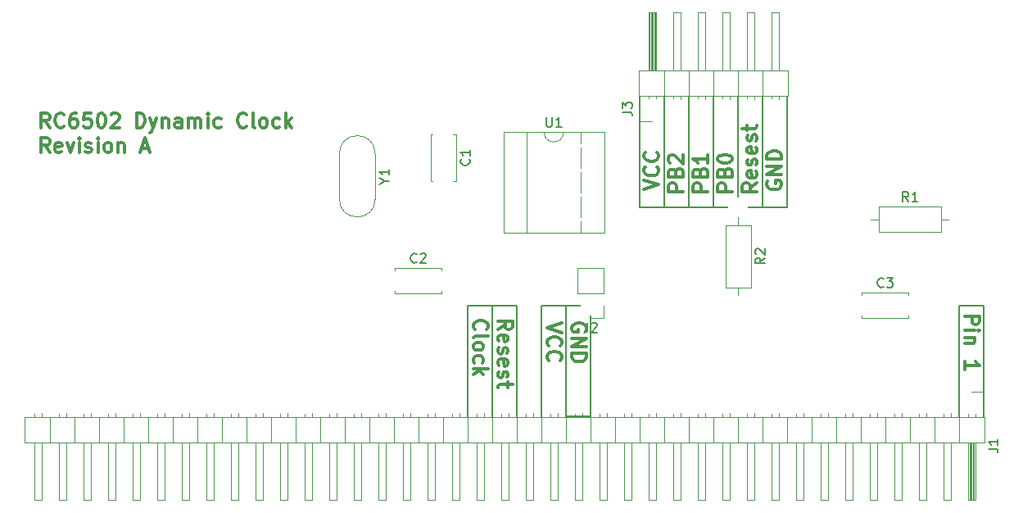
<source format=gbr>
G04 #@! TF.FileFunction,Legend,Top*
%FSLAX46Y46*%
G04 Gerber Fmt 4.6, Leading zero omitted, Abs format (unit mm)*
G04 Created by KiCad (PCBNEW 4.0.6) date 05/04/17 15:53:17*
%MOMM*%
%LPD*%
G01*
G04 APERTURE LIST*
%ADD10C,0.100000*%
%ADD11C,0.300000*%
%ADD12C,0.200000*%
%ADD13C,0.120000*%
%ADD14C,0.150000*%
%ADD15C,2.000000*%
%ADD16R,2.100000X2.100000*%
%ADD17O,2.100000X2.100000*%
%ADD18O,2.000000X2.000000*%
%ADD19R,2.000000X2.000000*%
%ADD20C,1.900000*%
G04 APERTURE END LIST*
D10*
D11*
X174668571Y-104195714D02*
X173954286Y-104695714D01*
X174668571Y-105052857D02*
X173168571Y-105052857D01*
X173168571Y-104481429D01*
X173240000Y-104338571D01*
X173311429Y-104267143D01*
X173454286Y-104195714D01*
X173668571Y-104195714D01*
X173811429Y-104267143D01*
X173882857Y-104338571D01*
X173954286Y-104481429D01*
X173954286Y-105052857D01*
X174597143Y-102981429D02*
X174668571Y-103124286D01*
X174668571Y-103410000D01*
X174597143Y-103552857D01*
X174454286Y-103624286D01*
X173882857Y-103624286D01*
X173740000Y-103552857D01*
X173668571Y-103410000D01*
X173668571Y-103124286D01*
X173740000Y-102981429D01*
X173882857Y-102910000D01*
X174025714Y-102910000D01*
X174168571Y-103624286D01*
X174597143Y-102338572D02*
X174668571Y-102195715D01*
X174668571Y-101910000D01*
X174597143Y-101767143D01*
X174454286Y-101695715D01*
X174382857Y-101695715D01*
X174240000Y-101767143D01*
X174168571Y-101910000D01*
X174168571Y-102124286D01*
X174097143Y-102267143D01*
X173954286Y-102338572D01*
X173882857Y-102338572D01*
X173740000Y-102267143D01*
X173668571Y-102124286D01*
X173668571Y-101910000D01*
X173740000Y-101767143D01*
X174597143Y-100481429D02*
X174668571Y-100624286D01*
X174668571Y-100910000D01*
X174597143Y-101052857D01*
X174454286Y-101124286D01*
X173882857Y-101124286D01*
X173740000Y-101052857D01*
X173668571Y-100910000D01*
X173668571Y-100624286D01*
X173740000Y-100481429D01*
X173882857Y-100410000D01*
X174025714Y-100410000D01*
X174168571Y-101124286D01*
X174597143Y-99838572D02*
X174668571Y-99695715D01*
X174668571Y-99410000D01*
X174597143Y-99267143D01*
X174454286Y-99195715D01*
X174382857Y-99195715D01*
X174240000Y-99267143D01*
X174168571Y-99410000D01*
X174168571Y-99624286D01*
X174097143Y-99767143D01*
X173954286Y-99838572D01*
X173882857Y-99838572D01*
X173740000Y-99767143D01*
X173668571Y-99624286D01*
X173668571Y-99410000D01*
X173740000Y-99267143D01*
X173668571Y-98767143D02*
X173668571Y-98195714D01*
X173168571Y-98552857D02*
X174454286Y-98552857D01*
X174597143Y-98481429D01*
X174668571Y-98338571D01*
X174668571Y-98195714D01*
X172128571Y-105052857D02*
X170628571Y-105052857D01*
X170628571Y-104481429D01*
X170700000Y-104338571D01*
X170771429Y-104267143D01*
X170914286Y-104195714D01*
X171128571Y-104195714D01*
X171271429Y-104267143D01*
X171342857Y-104338571D01*
X171414286Y-104481429D01*
X171414286Y-105052857D01*
X171342857Y-103052857D02*
X171414286Y-102838571D01*
X171485714Y-102767143D01*
X171628571Y-102695714D01*
X171842857Y-102695714D01*
X171985714Y-102767143D01*
X172057143Y-102838571D01*
X172128571Y-102981429D01*
X172128571Y-103552857D01*
X170628571Y-103552857D01*
X170628571Y-103052857D01*
X170700000Y-102910000D01*
X170771429Y-102838571D01*
X170914286Y-102767143D01*
X171057143Y-102767143D01*
X171200000Y-102838571D01*
X171271429Y-102910000D01*
X171342857Y-103052857D01*
X171342857Y-103552857D01*
X170628571Y-101767143D02*
X170628571Y-101624286D01*
X170700000Y-101481429D01*
X170771429Y-101410000D01*
X170914286Y-101338571D01*
X171200000Y-101267143D01*
X171557143Y-101267143D01*
X171842857Y-101338571D01*
X171985714Y-101410000D01*
X172057143Y-101481429D01*
X172128571Y-101624286D01*
X172128571Y-101767143D01*
X172057143Y-101910000D01*
X171985714Y-101981429D01*
X171842857Y-102052857D01*
X171557143Y-102124286D01*
X171200000Y-102124286D01*
X170914286Y-102052857D01*
X170771429Y-101981429D01*
X170700000Y-101910000D01*
X170628571Y-101767143D01*
X169588571Y-105052857D02*
X168088571Y-105052857D01*
X168088571Y-104481429D01*
X168160000Y-104338571D01*
X168231429Y-104267143D01*
X168374286Y-104195714D01*
X168588571Y-104195714D01*
X168731429Y-104267143D01*
X168802857Y-104338571D01*
X168874286Y-104481429D01*
X168874286Y-105052857D01*
X168802857Y-103052857D02*
X168874286Y-102838571D01*
X168945714Y-102767143D01*
X169088571Y-102695714D01*
X169302857Y-102695714D01*
X169445714Y-102767143D01*
X169517143Y-102838571D01*
X169588571Y-102981429D01*
X169588571Y-103552857D01*
X168088571Y-103552857D01*
X168088571Y-103052857D01*
X168160000Y-102910000D01*
X168231429Y-102838571D01*
X168374286Y-102767143D01*
X168517143Y-102767143D01*
X168660000Y-102838571D01*
X168731429Y-102910000D01*
X168802857Y-103052857D01*
X168802857Y-103552857D01*
X169588571Y-101267143D02*
X169588571Y-102124286D01*
X169588571Y-101695714D02*
X168088571Y-101695714D01*
X168302857Y-101838571D01*
X168445714Y-101981429D01*
X168517143Y-102124286D01*
X167048571Y-105052857D02*
X165548571Y-105052857D01*
X165548571Y-104481429D01*
X165620000Y-104338571D01*
X165691429Y-104267143D01*
X165834286Y-104195714D01*
X166048571Y-104195714D01*
X166191429Y-104267143D01*
X166262857Y-104338571D01*
X166334286Y-104481429D01*
X166334286Y-105052857D01*
X166262857Y-103052857D02*
X166334286Y-102838571D01*
X166405714Y-102767143D01*
X166548571Y-102695714D01*
X166762857Y-102695714D01*
X166905714Y-102767143D01*
X166977143Y-102838571D01*
X167048571Y-102981429D01*
X167048571Y-103552857D01*
X165548571Y-103552857D01*
X165548571Y-103052857D01*
X165620000Y-102910000D01*
X165691429Y-102838571D01*
X165834286Y-102767143D01*
X165977143Y-102767143D01*
X166120000Y-102838571D01*
X166191429Y-102910000D01*
X166262857Y-103052857D01*
X166262857Y-103552857D01*
X165691429Y-102124286D02*
X165620000Y-102052857D01*
X165548571Y-101910000D01*
X165548571Y-101552857D01*
X165620000Y-101410000D01*
X165691429Y-101338571D01*
X165834286Y-101267143D01*
X165977143Y-101267143D01*
X166191429Y-101338571D01*
X167048571Y-102195714D01*
X167048571Y-101267143D01*
X163008571Y-104870000D02*
X164508571Y-104370000D01*
X163008571Y-103870000D01*
X164365714Y-102512857D02*
X164437143Y-102584286D01*
X164508571Y-102798572D01*
X164508571Y-102941429D01*
X164437143Y-103155714D01*
X164294286Y-103298572D01*
X164151429Y-103370000D01*
X163865714Y-103441429D01*
X163651429Y-103441429D01*
X163365714Y-103370000D01*
X163222857Y-103298572D01*
X163080000Y-103155714D01*
X163008571Y-102941429D01*
X163008571Y-102798572D01*
X163080000Y-102584286D01*
X163151429Y-102512857D01*
X164365714Y-101012857D02*
X164437143Y-101084286D01*
X164508571Y-101298572D01*
X164508571Y-101441429D01*
X164437143Y-101655714D01*
X164294286Y-101798572D01*
X164151429Y-101870000D01*
X163865714Y-101941429D01*
X163651429Y-101941429D01*
X163365714Y-101870000D01*
X163222857Y-101798572D01*
X163080000Y-101655714D01*
X163008571Y-101441429D01*
X163008571Y-101298572D01*
X163080000Y-101084286D01*
X163151429Y-101012857D01*
D12*
X167640000Y-95250000D02*
X167640000Y-106680000D01*
X170180000Y-95250000D02*
X170180000Y-106680000D01*
X172720000Y-95250000D02*
X172720000Y-106680000D01*
X175260000Y-95250000D02*
X175260000Y-106680000D01*
X177800000Y-106680000D02*
X177800000Y-95250000D01*
X165100000Y-106680000D02*
X177800000Y-106680000D01*
X165100000Y-95250000D02*
X165100000Y-106680000D01*
X165100000Y-106680000D02*
X165100000Y-95250000D01*
X162560000Y-95250000D02*
X162560000Y-106680000D01*
X162560000Y-106680000D02*
X165100000Y-106680000D01*
D11*
X175780000Y-104012857D02*
X175708571Y-104155714D01*
X175708571Y-104370000D01*
X175780000Y-104584285D01*
X175922857Y-104727143D01*
X176065714Y-104798571D01*
X176351429Y-104870000D01*
X176565714Y-104870000D01*
X176851429Y-104798571D01*
X176994286Y-104727143D01*
X177137143Y-104584285D01*
X177208571Y-104370000D01*
X177208571Y-104227143D01*
X177137143Y-104012857D01*
X177065714Y-103941428D01*
X176565714Y-103941428D01*
X176565714Y-104227143D01*
X177208571Y-103298571D02*
X175708571Y-103298571D01*
X177208571Y-102441428D01*
X175708571Y-102441428D01*
X177208571Y-101727142D02*
X175708571Y-101727142D01*
X175708571Y-101369999D01*
X175780000Y-101155714D01*
X175922857Y-101012856D01*
X176065714Y-100941428D01*
X176351429Y-100869999D01*
X176565714Y-100869999D01*
X176851429Y-100941428D01*
X176994286Y-101012856D01*
X177137143Y-101155714D01*
X177208571Y-101369999D01*
X177208571Y-101727142D01*
X156960000Y-119507143D02*
X157031429Y-119364286D01*
X157031429Y-119150000D01*
X156960000Y-118935715D01*
X156817143Y-118792857D01*
X156674286Y-118721429D01*
X156388571Y-118650000D01*
X156174286Y-118650000D01*
X155888571Y-118721429D01*
X155745714Y-118792857D01*
X155602857Y-118935715D01*
X155531429Y-119150000D01*
X155531429Y-119292857D01*
X155602857Y-119507143D01*
X155674286Y-119578572D01*
X156174286Y-119578572D01*
X156174286Y-119292857D01*
X155531429Y-120221429D02*
X157031429Y-120221429D01*
X155531429Y-121078572D01*
X157031429Y-121078572D01*
X155531429Y-121792858D02*
X157031429Y-121792858D01*
X157031429Y-122150001D01*
X156960000Y-122364286D01*
X156817143Y-122507144D01*
X156674286Y-122578572D01*
X156388571Y-122650001D01*
X156174286Y-122650001D01*
X155888571Y-122578572D01*
X155745714Y-122507144D01*
X155602857Y-122364286D01*
X155531429Y-122150001D01*
X155531429Y-121792858D01*
X154491429Y-118650000D02*
X152991429Y-119150000D01*
X154491429Y-119650000D01*
X153134286Y-121007143D02*
X153062857Y-120935714D01*
X152991429Y-120721428D01*
X152991429Y-120578571D01*
X153062857Y-120364286D01*
X153205714Y-120221428D01*
X153348571Y-120150000D01*
X153634286Y-120078571D01*
X153848571Y-120078571D01*
X154134286Y-120150000D01*
X154277143Y-120221428D01*
X154420000Y-120364286D01*
X154491429Y-120578571D01*
X154491429Y-120721428D01*
X154420000Y-120935714D01*
X154348571Y-121007143D01*
X153134286Y-122507143D02*
X153062857Y-122435714D01*
X152991429Y-122221428D01*
X152991429Y-122078571D01*
X153062857Y-121864286D01*
X153205714Y-121721428D01*
X153348571Y-121650000D01*
X153634286Y-121578571D01*
X153848571Y-121578571D01*
X154134286Y-121650000D01*
X154277143Y-121721428D01*
X154420000Y-121864286D01*
X154491429Y-122078571D01*
X154491429Y-122221428D01*
X154420000Y-122435714D01*
X154348571Y-122507143D01*
X147911429Y-119324286D02*
X148625714Y-118824286D01*
X147911429Y-118467143D02*
X149411429Y-118467143D01*
X149411429Y-119038571D01*
X149340000Y-119181429D01*
X149268571Y-119252857D01*
X149125714Y-119324286D01*
X148911429Y-119324286D01*
X148768571Y-119252857D01*
X148697143Y-119181429D01*
X148625714Y-119038571D01*
X148625714Y-118467143D01*
X147982857Y-120538571D02*
X147911429Y-120395714D01*
X147911429Y-120110000D01*
X147982857Y-119967143D01*
X148125714Y-119895714D01*
X148697143Y-119895714D01*
X148840000Y-119967143D01*
X148911429Y-120110000D01*
X148911429Y-120395714D01*
X148840000Y-120538571D01*
X148697143Y-120610000D01*
X148554286Y-120610000D01*
X148411429Y-119895714D01*
X147982857Y-121181428D02*
X147911429Y-121324285D01*
X147911429Y-121610000D01*
X147982857Y-121752857D01*
X148125714Y-121824285D01*
X148197143Y-121824285D01*
X148340000Y-121752857D01*
X148411429Y-121610000D01*
X148411429Y-121395714D01*
X148482857Y-121252857D01*
X148625714Y-121181428D01*
X148697143Y-121181428D01*
X148840000Y-121252857D01*
X148911429Y-121395714D01*
X148911429Y-121610000D01*
X148840000Y-121752857D01*
X147982857Y-123038571D02*
X147911429Y-122895714D01*
X147911429Y-122610000D01*
X147982857Y-122467143D01*
X148125714Y-122395714D01*
X148697143Y-122395714D01*
X148840000Y-122467143D01*
X148911429Y-122610000D01*
X148911429Y-122895714D01*
X148840000Y-123038571D01*
X148697143Y-123110000D01*
X148554286Y-123110000D01*
X148411429Y-122395714D01*
X147982857Y-123681428D02*
X147911429Y-123824285D01*
X147911429Y-124110000D01*
X147982857Y-124252857D01*
X148125714Y-124324285D01*
X148197143Y-124324285D01*
X148340000Y-124252857D01*
X148411429Y-124110000D01*
X148411429Y-123895714D01*
X148482857Y-123752857D01*
X148625714Y-123681428D01*
X148697143Y-123681428D01*
X148840000Y-123752857D01*
X148911429Y-123895714D01*
X148911429Y-124110000D01*
X148840000Y-124252857D01*
X148911429Y-124752857D02*
X148911429Y-125324286D01*
X149411429Y-124967143D02*
X148125714Y-124967143D01*
X147982857Y-125038571D01*
X147911429Y-125181429D01*
X147911429Y-125324286D01*
X145514286Y-119324286D02*
X145442857Y-119252857D01*
X145371429Y-119038571D01*
X145371429Y-118895714D01*
X145442857Y-118681429D01*
X145585714Y-118538571D01*
X145728571Y-118467143D01*
X146014286Y-118395714D01*
X146228571Y-118395714D01*
X146514286Y-118467143D01*
X146657143Y-118538571D01*
X146800000Y-118681429D01*
X146871429Y-118895714D01*
X146871429Y-119038571D01*
X146800000Y-119252857D01*
X146728571Y-119324286D01*
X145371429Y-120181429D02*
X145442857Y-120038571D01*
X145585714Y-119967143D01*
X146871429Y-119967143D01*
X145371429Y-120967143D02*
X145442857Y-120824285D01*
X145514286Y-120752857D01*
X145657143Y-120681428D01*
X146085714Y-120681428D01*
X146228571Y-120752857D01*
X146300000Y-120824285D01*
X146371429Y-120967143D01*
X146371429Y-121181428D01*
X146300000Y-121324285D01*
X146228571Y-121395714D01*
X146085714Y-121467143D01*
X145657143Y-121467143D01*
X145514286Y-121395714D01*
X145442857Y-121324285D01*
X145371429Y-121181428D01*
X145371429Y-120967143D01*
X145442857Y-122752857D02*
X145371429Y-122610000D01*
X145371429Y-122324286D01*
X145442857Y-122181428D01*
X145514286Y-122110000D01*
X145657143Y-122038571D01*
X146085714Y-122038571D01*
X146228571Y-122110000D01*
X146300000Y-122181428D01*
X146371429Y-122324286D01*
X146371429Y-122610000D01*
X146300000Y-122752857D01*
X145371429Y-123395714D02*
X146871429Y-123395714D01*
X145942857Y-123538571D02*
X145371429Y-123967142D01*
X146371429Y-123967142D02*
X145800000Y-123395714D01*
D12*
X157480000Y-116840000D02*
X154940000Y-116840000D01*
X157480000Y-128270000D02*
X157480000Y-116840000D01*
X154940000Y-128270000D02*
X157480000Y-128270000D01*
X154940000Y-116840000D02*
X154940000Y-128270000D01*
X152400000Y-116840000D02*
X154940000Y-116840000D01*
X152400000Y-128270000D02*
X152400000Y-116840000D01*
X149860000Y-116840000D02*
X147320000Y-116840000D01*
X149860000Y-128270000D02*
X149860000Y-116840000D01*
X147320000Y-116840000D02*
X147320000Y-128270000D01*
X144780000Y-116840000D02*
X147320000Y-116840000D01*
X144780000Y-128270000D02*
X144780000Y-116840000D01*
D11*
X101544286Y-98463571D02*
X101044286Y-97749286D01*
X100687143Y-98463571D02*
X100687143Y-96963571D01*
X101258571Y-96963571D01*
X101401429Y-97035000D01*
X101472857Y-97106429D01*
X101544286Y-97249286D01*
X101544286Y-97463571D01*
X101472857Y-97606429D01*
X101401429Y-97677857D01*
X101258571Y-97749286D01*
X100687143Y-97749286D01*
X103044286Y-98320714D02*
X102972857Y-98392143D01*
X102758571Y-98463571D01*
X102615714Y-98463571D01*
X102401429Y-98392143D01*
X102258571Y-98249286D01*
X102187143Y-98106429D01*
X102115714Y-97820714D01*
X102115714Y-97606429D01*
X102187143Y-97320714D01*
X102258571Y-97177857D01*
X102401429Y-97035000D01*
X102615714Y-96963571D01*
X102758571Y-96963571D01*
X102972857Y-97035000D01*
X103044286Y-97106429D01*
X104330000Y-96963571D02*
X104044286Y-96963571D01*
X103901429Y-97035000D01*
X103830000Y-97106429D01*
X103687143Y-97320714D01*
X103615714Y-97606429D01*
X103615714Y-98177857D01*
X103687143Y-98320714D01*
X103758571Y-98392143D01*
X103901429Y-98463571D01*
X104187143Y-98463571D01*
X104330000Y-98392143D01*
X104401429Y-98320714D01*
X104472857Y-98177857D01*
X104472857Y-97820714D01*
X104401429Y-97677857D01*
X104330000Y-97606429D01*
X104187143Y-97535000D01*
X103901429Y-97535000D01*
X103758571Y-97606429D01*
X103687143Y-97677857D01*
X103615714Y-97820714D01*
X105830000Y-96963571D02*
X105115714Y-96963571D01*
X105044285Y-97677857D01*
X105115714Y-97606429D01*
X105258571Y-97535000D01*
X105615714Y-97535000D01*
X105758571Y-97606429D01*
X105830000Y-97677857D01*
X105901428Y-97820714D01*
X105901428Y-98177857D01*
X105830000Y-98320714D01*
X105758571Y-98392143D01*
X105615714Y-98463571D01*
X105258571Y-98463571D01*
X105115714Y-98392143D01*
X105044285Y-98320714D01*
X106829999Y-96963571D02*
X106972856Y-96963571D01*
X107115713Y-97035000D01*
X107187142Y-97106429D01*
X107258571Y-97249286D01*
X107329999Y-97535000D01*
X107329999Y-97892143D01*
X107258571Y-98177857D01*
X107187142Y-98320714D01*
X107115713Y-98392143D01*
X106972856Y-98463571D01*
X106829999Y-98463571D01*
X106687142Y-98392143D01*
X106615713Y-98320714D01*
X106544285Y-98177857D01*
X106472856Y-97892143D01*
X106472856Y-97535000D01*
X106544285Y-97249286D01*
X106615713Y-97106429D01*
X106687142Y-97035000D01*
X106829999Y-96963571D01*
X107901427Y-97106429D02*
X107972856Y-97035000D01*
X108115713Y-96963571D01*
X108472856Y-96963571D01*
X108615713Y-97035000D01*
X108687142Y-97106429D01*
X108758570Y-97249286D01*
X108758570Y-97392143D01*
X108687142Y-97606429D01*
X107829999Y-98463571D01*
X108758570Y-98463571D01*
X110544284Y-98463571D02*
X110544284Y-96963571D01*
X110901427Y-96963571D01*
X111115712Y-97035000D01*
X111258570Y-97177857D01*
X111329998Y-97320714D01*
X111401427Y-97606429D01*
X111401427Y-97820714D01*
X111329998Y-98106429D01*
X111258570Y-98249286D01*
X111115712Y-98392143D01*
X110901427Y-98463571D01*
X110544284Y-98463571D01*
X111901427Y-97463571D02*
X112258570Y-98463571D01*
X112615712Y-97463571D02*
X112258570Y-98463571D01*
X112115712Y-98820714D01*
X112044284Y-98892143D01*
X111901427Y-98963571D01*
X113187141Y-97463571D02*
X113187141Y-98463571D01*
X113187141Y-97606429D02*
X113258569Y-97535000D01*
X113401427Y-97463571D01*
X113615712Y-97463571D01*
X113758569Y-97535000D01*
X113829998Y-97677857D01*
X113829998Y-98463571D01*
X115187141Y-98463571D02*
X115187141Y-97677857D01*
X115115712Y-97535000D01*
X114972855Y-97463571D01*
X114687141Y-97463571D01*
X114544284Y-97535000D01*
X115187141Y-98392143D02*
X115044284Y-98463571D01*
X114687141Y-98463571D01*
X114544284Y-98392143D01*
X114472855Y-98249286D01*
X114472855Y-98106429D01*
X114544284Y-97963571D01*
X114687141Y-97892143D01*
X115044284Y-97892143D01*
X115187141Y-97820714D01*
X115901427Y-98463571D02*
X115901427Y-97463571D01*
X115901427Y-97606429D02*
X115972855Y-97535000D01*
X116115713Y-97463571D01*
X116329998Y-97463571D01*
X116472855Y-97535000D01*
X116544284Y-97677857D01*
X116544284Y-98463571D01*
X116544284Y-97677857D02*
X116615713Y-97535000D01*
X116758570Y-97463571D01*
X116972855Y-97463571D01*
X117115713Y-97535000D01*
X117187141Y-97677857D01*
X117187141Y-98463571D01*
X117901427Y-98463571D02*
X117901427Y-97463571D01*
X117901427Y-96963571D02*
X117829998Y-97035000D01*
X117901427Y-97106429D01*
X117972855Y-97035000D01*
X117901427Y-96963571D01*
X117901427Y-97106429D01*
X119258570Y-98392143D02*
X119115713Y-98463571D01*
X118829999Y-98463571D01*
X118687141Y-98392143D01*
X118615713Y-98320714D01*
X118544284Y-98177857D01*
X118544284Y-97749286D01*
X118615713Y-97606429D01*
X118687141Y-97535000D01*
X118829999Y-97463571D01*
X119115713Y-97463571D01*
X119258570Y-97535000D01*
X121901427Y-98320714D02*
X121829998Y-98392143D01*
X121615712Y-98463571D01*
X121472855Y-98463571D01*
X121258570Y-98392143D01*
X121115712Y-98249286D01*
X121044284Y-98106429D01*
X120972855Y-97820714D01*
X120972855Y-97606429D01*
X121044284Y-97320714D01*
X121115712Y-97177857D01*
X121258570Y-97035000D01*
X121472855Y-96963571D01*
X121615712Y-96963571D01*
X121829998Y-97035000D01*
X121901427Y-97106429D01*
X122758570Y-98463571D02*
X122615712Y-98392143D01*
X122544284Y-98249286D01*
X122544284Y-96963571D01*
X123544284Y-98463571D02*
X123401426Y-98392143D01*
X123329998Y-98320714D01*
X123258569Y-98177857D01*
X123258569Y-97749286D01*
X123329998Y-97606429D01*
X123401426Y-97535000D01*
X123544284Y-97463571D01*
X123758569Y-97463571D01*
X123901426Y-97535000D01*
X123972855Y-97606429D01*
X124044284Y-97749286D01*
X124044284Y-98177857D01*
X123972855Y-98320714D01*
X123901426Y-98392143D01*
X123758569Y-98463571D01*
X123544284Y-98463571D01*
X125329998Y-98392143D02*
X125187141Y-98463571D01*
X124901427Y-98463571D01*
X124758569Y-98392143D01*
X124687141Y-98320714D01*
X124615712Y-98177857D01*
X124615712Y-97749286D01*
X124687141Y-97606429D01*
X124758569Y-97535000D01*
X124901427Y-97463571D01*
X125187141Y-97463571D01*
X125329998Y-97535000D01*
X125972855Y-98463571D02*
X125972855Y-96963571D01*
X126115712Y-97892143D02*
X126544283Y-98463571D01*
X126544283Y-97463571D02*
X125972855Y-98035000D01*
X101544286Y-101013571D02*
X101044286Y-100299286D01*
X100687143Y-101013571D02*
X100687143Y-99513571D01*
X101258571Y-99513571D01*
X101401429Y-99585000D01*
X101472857Y-99656429D01*
X101544286Y-99799286D01*
X101544286Y-100013571D01*
X101472857Y-100156429D01*
X101401429Y-100227857D01*
X101258571Y-100299286D01*
X100687143Y-100299286D01*
X102758571Y-100942143D02*
X102615714Y-101013571D01*
X102330000Y-101013571D01*
X102187143Y-100942143D01*
X102115714Y-100799286D01*
X102115714Y-100227857D01*
X102187143Y-100085000D01*
X102330000Y-100013571D01*
X102615714Y-100013571D01*
X102758571Y-100085000D01*
X102830000Y-100227857D01*
X102830000Y-100370714D01*
X102115714Y-100513571D01*
X103330000Y-100013571D02*
X103687143Y-101013571D01*
X104044285Y-100013571D01*
X104615714Y-101013571D02*
X104615714Y-100013571D01*
X104615714Y-99513571D02*
X104544285Y-99585000D01*
X104615714Y-99656429D01*
X104687142Y-99585000D01*
X104615714Y-99513571D01*
X104615714Y-99656429D01*
X105258571Y-100942143D02*
X105401428Y-101013571D01*
X105687143Y-101013571D01*
X105830000Y-100942143D01*
X105901428Y-100799286D01*
X105901428Y-100727857D01*
X105830000Y-100585000D01*
X105687143Y-100513571D01*
X105472857Y-100513571D01*
X105330000Y-100442143D01*
X105258571Y-100299286D01*
X105258571Y-100227857D01*
X105330000Y-100085000D01*
X105472857Y-100013571D01*
X105687143Y-100013571D01*
X105830000Y-100085000D01*
X106544286Y-101013571D02*
X106544286Y-100013571D01*
X106544286Y-99513571D02*
X106472857Y-99585000D01*
X106544286Y-99656429D01*
X106615714Y-99585000D01*
X106544286Y-99513571D01*
X106544286Y-99656429D01*
X107472858Y-101013571D02*
X107330000Y-100942143D01*
X107258572Y-100870714D01*
X107187143Y-100727857D01*
X107187143Y-100299286D01*
X107258572Y-100156429D01*
X107330000Y-100085000D01*
X107472858Y-100013571D01*
X107687143Y-100013571D01*
X107830000Y-100085000D01*
X107901429Y-100156429D01*
X107972858Y-100299286D01*
X107972858Y-100727857D01*
X107901429Y-100870714D01*
X107830000Y-100942143D01*
X107687143Y-101013571D01*
X107472858Y-101013571D01*
X108615715Y-100013571D02*
X108615715Y-101013571D01*
X108615715Y-100156429D02*
X108687143Y-100085000D01*
X108830001Y-100013571D01*
X109044286Y-100013571D01*
X109187143Y-100085000D01*
X109258572Y-100227857D01*
X109258572Y-101013571D01*
X111044286Y-100585000D02*
X111758572Y-100585000D01*
X110901429Y-101013571D02*
X111401429Y-99513571D01*
X111901429Y-101013571D01*
X196171429Y-117935715D02*
X197671429Y-117935715D01*
X197671429Y-118507143D01*
X197600000Y-118650001D01*
X197528571Y-118721429D01*
X197385714Y-118792858D01*
X197171429Y-118792858D01*
X197028571Y-118721429D01*
X196957143Y-118650001D01*
X196885714Y-118507143D01*
X196885714Y-117935715D01*
X196171429Y-119435715D02*
X197171429Y-119435715D01*
X197671429Y-119435715D02*
X197600000Y-119364286D01*
X197528571Y-119435715D01*
X197600000Y-119507143D01*
X197671429Y-119435715D01*
X197528571Y-119435715D01*
X197171429Y-120150001D02*
X196171429Y-120150001D01*
X197028571Y-120150001D02*
X197100000Y-120221429D01*
X197171429Y-120364287D01*
X197171429Y-120578572D01*
X197100000Y-120721429D01*
X196957143Y-120792858D01*
X196171429Y-120792858D01*
X196171429Y-123435715D02*
X196171429Y-122578572D01*
X196171429Y-123007144D02*
X197671429Y-123007144D01*
X197457143Y-122864287D01*
X197314286Y-122721429D01*
X197242857Y-122578572D01*
D12*
X198120000Y-116840000D02*
X198120000Y-128270000D01*
X195580000Y-116840000D02*
X198120000Y-116840000D01*
X195580000Y-128270000D02*
X195580000Y-116840000D01*
D13*
X143550000Y-99150000D02*
X143550000Y-103970000D01*
X140930000Y-99150000D02*
X140930000Y-103970000D01*
X143550000Y-99150000D02*
X143236000Y-99150000D01*
X141244000Y-99150000D02*
X140930000Y-99150000D01*
X143550000Y-103970000D02*
X143236000Y-103970000D01*
X141244000Y-103970000D02*
X140930000Y-103970000D01*
X137250000Y-112990000D02*
X142070000Y-112990000D01*
X137250000Y-115610000D02*
X142070000Y-115610000D01*
X137250000Y-112990000D02*
X137250000Y-113304000D01*
X137250000Y-115296000D02*
X137250000Y-115610000D01*
X142070000Y-112990000D02*
X142070000Y-113304000D01*
X142070000Y-115296000D02*
X142070000Y-115610000D01*
X185510000Y-115530000D02*
X190330000Y-115530000D01*
X185510000Y-118150000D02*
X190330000Y-118150000D01*
X185510000Y-115530000D02*
X185510000Y-115844000D01*
X185510000Y-117836000D02*
X185510000Y-118150000D01*
X190330000Y-115530000D02*
X190330000Y-115844000D01*
X190330000Y-117836000D02*
X190330000Y-118150000D01*
X158810000Y-115570000D02*
X158810000Y-112970000D01*
X158810000Y-112970000D02*
X156150000Y-112970000D01*
X156150000Y-112970000D02*
X156150000Y-115570000D01*
X156150000Y-115570000D02*
X158810000Y-115570000D01*
X158810000Y-116840000D02*
X158810000Y-118170000D01*
X158810000Y-118170000D02*
X157480000Y-118170000D01*
X187290000Y-106640000D02*
X187290000Y-109260000D01*
X187290000Y-109260000D02*
X193710000Y-109260000D01*
X193710000Y-109260000D02*
X193710000Y-106640000D01*
X193710000Y-106640000D02*
X187290000Y-106640000D01*
X186400000Y-107950000D02*
X187290000Y-107950000D01*
X194600000Y-107950000D02*
X193710000Y-107950000D01*
X174030000Y-108550000D02*
X171410000Y-108550000D01*
X171410000Y-108550000D02*
X171410000Y-114970000D01*
X171410000Y-114970000D02*
X174030000Y-114970000D01*
X174030000Y-114970000D02*
X174030000Y-108550000D01*
X172720000Y-107660000D02*
X172720000Y-108550000D01*
X172720000Y-115860000D02*
X172720000Y-114970000D01*
X152670000Y-98940000D02*
X150900000Y-98940000D01*
X150900000Y-98940000D02*
X150900000Y-109340000D01*
X150900000Y-109340000D02*
X156440000Y-109340000D01*
X156440000Y-109340000D02*
X156440000Y-98940000D01*
X156440000Y-98940000D02*
X154670000Y-98940000D01*
X148470000Y-98940000D02*
X148470000Y-109340000D01*
X148470000Y-109340000D02*
X158870000Y-109340000D01*
X158870000Y-109340000D02*
X158870000Y-98940000D01*
X158870000Y-98940000D02*
X148470000Y-98940000D01*
X154670000Y-98940000D02*
G75*
G02X152670000Y-98940000I-1000000J0D01*
G01*
X162500000Y-95180000D02*
X165100000Y-95180000D01*
X165100000Y-95180000D02*
X165100000Y-92560000D01*
X165100000Y-92560000D02*
X162500000Y-92560000D01*
X162500000Y-92560000D02*
X162500000Y-95180000D01*
X163450000Y-92560000D02*
X164210000Y-92560000D01*
X164210000Y-92560000D02*
X164210000Y-86560000D01*
X164210000Y-86560000D02*
X163450000Y-86560000D01*
X163450000Y-86560000D02*
X163450000Y-92560000D01*
X163450000Y-95610000D02*
X163450000Y-95180000D01*
X164210000Y-95610000D02*
X164210000Y-95180000D01*
X163570000Y-92560000D02*
X163570000Y-86560000D01*
X163690000Y-92560000D02*
X163690000Y-86560000D01*
X163810000Y-92560000D02*
X163810000Y-86560000D01*
X163930000Y-92560000D02*
X163930000Y-86560000D01*
X164050000Y-92560000D02*
X164050000Y-86560000D01*
X164170000Y-92560000D02*
X164170000Y-86560000D01*
X165100000Y-95180000D02*
X167640000Y-95180000D01*
X167640000Y-95180000D02*
X167640000Y-92560000D01*
X167640000Y-92560000D02*
X165100000Y-92560000D01*
X165100000Y-92560000D02*
X165100000Y-95180000D01*
X165990000Y-92560000D02*
X166750000Y-92560000D01*
X166750000Y-92560000D02*
X166750000Y-86560000D01*
X166750000Y-86560000D02*
X165990000Y-86560000D01*
X165990000Y-86560000D02*
X165990000Y-92560000D01*
X165990000Y-95610000D02*
X165990000Y-95180000D01*
X166750000Y-95610000D02*
X166750000Y-95180000D01*
X167640000Y-95180000D02*
X170180000Y-95180000D01*
X170180000Y-95180000D02*
X170180000Y-92560000D01*
X170180000Y-92560000D02*
X167640000Y-92560000D01*
X167640000Y-92560000D02*
X167640000Y-95180000D01*
X168530000Y-92560000D02*
X169290000Y-92560000D01*
X169290000Y-92560000D02*
X169290000Y-86560000D01*
X169290000Y-86560000D02*
X168530000Y-86560000D01*
X168530000Y-86560000D02*
X168530000Y-92560000D01*
X168530000Y-95610000D02*
X168530000Y-95180000D01*
X169290000Y-95610000D02*
X169290000Y-95180000D01*
X170180000Y-95180000D02*
X172720000Y-95180000D01*
X172720000Y-95180000D02*
X172720000Y-92560000D01*
X172720000Y-92560000D02*
X170180000Y-92560000D01*
X170180000Y-92560000D02*
X170180000Y-95180000D01*
X171070000Y-92560000D02*
X171830000Y-92560000D01*
X171830000Y-92560000D02*
X171830000Y-86560000D01*
X171830000Y-86560000D02*
X171070000Y-86560000D01*
X171070000Y-86560000D02*
X171070000Y-92560000D01*
X171070000Y-95610000D02*
X171070000Y-95180000D01*
X171830000Y-95610000D02*
X171830000Y-95180000D01*
X172720000Y-95180000D02*
X175260000Y-95180000D01*
X175260000Y-95180000D02*
X175260000Y-92560000D01*
X175260000Y-92560000D02*
X172720000Y-92560000D01*
X172720000Y-92560000D02*
X172720000Y-95180000D01*
X173610000Y-92560000D02*
X174370000Y-92560000D01*
X174370000Y-92560000D02*
X174370000Y-86560000D01*
X174370000Y-86560000D02*
X173610000Y-86560000D01*
X173610000Y-86560000D02*
X173610000Y-92560000D01*
X173610000Y-95610000D02*
X173610000Y-95180000D01*
X174370000Y-95610000D02*
X174370000Y-95180000D01*
X175260000Y-95180000D02*
X177860000Y-95180000D01*
X177860000Y-95180000D02*
X177860000Y-92560000D01*
X177860000Y-92560000D02*
X175260000Y-92560000D01*
X175260000Y-92560000D02*
X175260000Y-95180000D01*
X176150000Y-92560000D02*
X176910000Y-92560000D01*
X176910000Y-92560000D02*
X176910000Y-86560000D01*
X176910000Y-86560000D02*
X176150000Y-86560000D01*
X176150000Y-86560000D02*
X176150000Y-92560000D01*
X176150000Y-95610000D02*
X176150000Y-95180000D01*
X176910000Y-95610000D02*
X176910000Y-95180000D01*
X163830000Y-97790000D02*
X162560000Y-97790000D01*
X162560000Y-97790000D02*
X162560000Y-96520000D01*
X198180000Y-128340000D02*
X195580000Y-128340000D01*
X195580000Y-128340000D02*
X195580000Y-130960000D01*
X195580000Y-130960000D02*
X198180000Y-130960000D01*
X198180000Y-130960000D02*
X198180000Y-128340000D01*
X197230000Y-130960000D02*
X196470000Y-130960000D01*
X196470000Y-130960000D02*
X196470000Y-136960000D01*
X196470000Y-136960000D02*
X197230000Y-136960000D01*
X197230000Y-136960000D02*
X197230000Y-130960000D01*
X197230000Y-127910000D02*
X197230000Y-128340000D01*
X196470000Y-127910000D02*
X196470000Y-128340000D01*
X197110000Y-130960000D02*
X197110000Y-136960000D01*
X196990000Y-130960000D02*
X196990000Y-136960000D01*
X196870000Y-130960000D02*
X196870000Y-136960000D01*
X196750000Y-130960000D02*
X196750000Y-136960000D01*
X196630000Y-130960000D02*
X196630000Y-136960000D01*
X196510000Y-130960000D02*
X196510000Y-136960000D01*
X195580000Y-128340000D02*
X193040000Y-128340000D01*
X193040000Y-128340000D02*
X193040000Y-130960000D01*
X193040000Y-130960000D02*
X195580000Y-130960000D01*
X195580000Y-130960000D02*
X195580000Y-128340000D01*
X194690000Y-130960000D02*
X193930000Y-130960000D01*
X193930000Y-130960000D02*
X193930000Y-136960000D01*
X193930000Y-136960000D02*
X194690000Y-136960000D01*
X194690000Y-136960000D02*
X194690000Y-130960000D01*
X194690000Y-127910000D02*
X194690000Y-128340000D01*
X193930000Y-127910000D02*
X193930000Y-128340000D01*
X193040000Y-128340000D02*
X190500000Y-128340000D01*
X190500000Y-128340000D02*
X190500000Y-130960000D01*
X190500000Y-130960000D02*
X193040000Y-130960000D01*
X193040000Y-130960000D02*
X193040000Y-128340000D01*
X192150000Y-130960000D02*
X191390000Y-130960000D01*
X191390000Y-130960000D02*
X191390000Y-136960000D01*
X191390000Y-136960000D02*
X192150000Y-136960000D01*
X192150000Y-136960000D02*
X192150000Y-130960000D01*
X192150000Y-127910000D02*
X192150000Y-128340000D01*
X191390000Y-127910000D02*
X191390000Y-128340000D01*
X190500000Y-128340000D02*
X187960000Y-128340000D01*
X187960000Y-128340000D02*
X187960000Y-130960000D01*
X187960000Y-130960000D02*
X190500000Y-130960000D01*
X190500000Y-130960000D02*
X190500000Y-128340000D01*
X189610000Y-130960000D02*
X188850000Y-130960000D01*
X188850000Y-130960000D02*
X188850000Y-136960000D01*
X188850000Y-136960000D02*
X189610000Y-136960000D01*
X189610000Y-136960000D02*
X189610000Y-130960000D01*
X189610000Y-127910000D02*
X189610000Y-128340000D01*
X188850000Y-127910000D02*
X188850000Y-128340000D01*
X187960000Y-128340000D02*
X185420000Y-128340000D01*
X185420000Y-128340000D02*
X185420000Y-130960000D01*
X185420000Y-130960000D02*
X187960000Y-130960000D01*
X187960000Y-130960000D02*
X187960000Y-128340000D01*
X187070000Y-130960000D02*
X186310000Y-130960000D01*
X186310000Y-130960000D02*
X186310000Y-136960000D01*
X186310000Y-136960000D02*
X187070000Y-136960000D01*
X187070000Y-136960000D02*
X187070000Y-130960000D01*
X187070000Y-127910000D02*
X187070000Y-128340000D01*
X186310000Y-127910000D02*
X186310000Y-128340000D01*
X185420000Y-128340000D02*
X182880000Y-128340000D01*
X182880000Y-128340000D02*
X182880000Y-130960000D01*
X182880000Y-130960000D02*
X185420000Y-130960000D01*
X185420000Y-130960000D02*
X185420000Y-128340000D01*
X184530000Y-130960000D02*
X183770000Y-130960000D01*
X183770000Y-130960000D02*
X183770000Y-136960000D01*
X183770000Y-136960000D02*
X184530000Y-136960000D01*
X184530000Y-136960000D02*
X184530000Y-130960000D01*
X184530000Y-127910000D02*
X184530000Y-128340000D01*
X183770000Y-127910000D02*
X183770000Y-128340000D01*
X182880000Y-128340000D02*
X180340000Y-128340000D01*
X180340000Y-128340000D02*
X180340000Y-130960000D01*
X180340000Y-130960000D02*
X182880000Y-130960000D01*
X182880000Y-130960000D02*
X182880000Y-128340000D01*
X181990000Y-130960000D02*
X181230000Y-130960000D01*
X181230000Y-130960000D02*
X181230000Y-136960000D01*
X181230000Y-136960000D02*
X181990000Y-136960000D01*
X181990000Y-136960000D02*
X181990000Y-130960000D01*
X181990000Y-127910000D02*
X181990000Y-128340000D01*
X181230000Y-127910000D02*
X181230000Y-128340000D01*
X180340000Y-128340000D02*
X177800000Y-128340000D01*
X177800000Y-128340000D02*
X177800000Y-130960000D01*
X177800000Y-130960000D02*
X180340000Y-130960000D01*
X180340000Y-130960000D02*
X180340000Y-128340000D01*
X179450000Y-130960000D02*
X178690000Y-130960000D01*
X178690000Y-130960000D02*
X178690000Y-136960000D01*
X178690000Y-136960000D02*
X179450000Y-136960000D01*
X179450000Y-136960000D02*
X179450000Y-130960000D01*
X179450000Y-127910000D02*
X179450000Y-128340000D01*
X178690000Y-127910000D02*
X178690000Y-128340000D01*
X177800000Y-128340000D02*
X175260000Y-128340000D01*
X175260000Y-128340000D02*
X175260000Y-130960000D01*
X175260000Y-130960000D02*
X177800000Y-130960000D01*
X177800000Y-130960000D02*
X177800000Y-128340000D01*
X176910000Y-130960000D02*
X176150000Y-130960000D01*
X176150000Y-130960000D02*
X176150000Y-136960000D01*
X176150000Y-136960000D02*
X176910000Y-136960000D01*
X176910000Y-136960000D02*
X176910000Y-130960000D01*
X176910000Y-127910000D02*
X176910000Y-128340000D01*
X176150000Y-127910000D02*
X176150000Y-128340000D01*
X175260000Y-128340000D02*
X172720000Y-128340000D01*
X172720000Y-128340000D02*
X172720000Y-130960000D01*
X172720000Y-130960000D02*
X175260000Y-130960000D01*
X175260000Y-130960000D02*
X175260000Y-128340000D01*
X174370000Y-130960000D02*
X173610000Y-130960000D01*
X173610000Y-130960000D02*
X173610000Y-136960000D01*
X173610000Y-136960000D02*
X174370000Y-136960000D01*
X174370000Y-136960000D02*
X174370000Y-130960000D01*
X174370000Y-127910000D02*
X174370000Y-128340000D01*
X173610000Y-127910000D02*
X173610000Y-128340000D01*
X172720000Y-128340000D02*
X170180000Y-128340000D01*
X170180000Y-128340000D02*
X170180000Y-130960000D01*
X170180000Y-130960000D02*
X172720000Y-130960000D01*
X172720000Y-130960000D02*
X172720000Y-128340000D01*
X171830000Y-130960000D02*
X171070000Y-130960000D01*
X171070000Y-130960000D02*
X171070000Y-136960000D01*
X171070000Y-136960000D02*
X171830000Y-136960000D01*
X171830000Y-136960000D02*
X171830000Y-130960000D01*
X171830000Y-127910000D02*
X171830000Y-128340000D01*
X171070000Y-127910000D02*
X171070000Y-128340000D01*
X170180000Y-128340000D02*
X167640000Y-128340000D01*
X167640000Y-128340000D02*
X167640000Y-130960000D01*
X167640000Y-130960000D02*
X170180000Y-130960000D01*
X170180000Y-130960000D02*
X170180000Y-128340000D01*
X169290000Y-130960000D02*
X168530000Y-130960000D01*
X168530000Y-130960000D02*
X168530000Y-136960000D01*
X168530000Y-136960000D02*
X169290000Y-136960000D01*
X169290000Y-136960000D02*
X169290000Y-130960000D01*
X169290000Y-127910000D02*
X169290000Y-128340000D01*
X168530000Y-127910000D02*
X168530000Y-128340000D01*
X167640000Y-128340000D02*
X165100000Y-128340000D01*
X165100000Y-128340000D02*
X165100000Y-130960000D01*
X165100000Y-130960000D02*
X167640000Y-130960000D01*
X167640000Y-130960000D02*
X167640000Y-128340000D01*
X166750000Y-130960000D02*
X165990000Y-130960000D01*
X165990000Y-130960000D02*
X165990000Y-136960000D01*
X165990000Y-136960000D02*
X166750000Y-136960000D01*
X166750000Y-136960000D02*
X166750000Y-130960000D01*
X166750000Y-127910000D02*
X166750000Y-128340000D01*
X165990000Y-127910000D02*
X165990000Y-128340000D01*
X165100000Y-128340000D02*
X162560000Y-128340000D01*
X162560000Y-128340000D02*
X162560000Y-130960000D01*
X162560000Y-130960000D02*
X165100000Y-130960000D01*
X165100000Y-130960000D02*
X165100000Y-128340000D01*
X164210000Y-130960000D02*
X163450000Y-130960000D01*
X163450000Y-130960000D02*
X163450000Y-136960000D01*
X163450000Y-136960000D02*
X164210000Y-136960000D01*
X164210000Y-136960000D02*
X164210000Y-130960000D01*
X164210000Y-127910000D02*
X164210000Y-128340000D01*
X163450000Y-127910000D02*
X163450000Y-128340000D01*
X162560000Y-128340000D02*
X160020000Y-128340000D01*
X160020000Y-128340000D02*
X160020000Y-130960000D01*
X160020000Y-130960000D02*
X162560000Y-130960000D01*
X162560000Y-130960000D02*
X162560000Y-128340000D01*
X161670000Y-130960000D02*
X160910000Y-130960000D01*
X160910000Y-130960000D02*
X160910000Y-136960000D01*
X160910000Y-136960000D02*
X161670000Y-136960000D01*
X161670000Y-136960000D02*
X161670000Y-130960000D01*
X161670000Y-127910000D02*
X161670000Y-128340000D01*
X160910000Y-127910000D02*
X160910000Y-128340000D01*
X160020000Y-128340000D02*
X157480000Y-128340000D01*
X157480000Y-128340000D02*
X157480000Y-130960000D01*
X157480000Y-130960000D02*
X160020000Y-130960000D01*
X160020000Y-130960000D02*
X160020000Y-128340000D01*
X159130000Y-130960000D02*
X158370000Y-130960000D01*
X158370000Y-130960000D02*
X158370000Y-136960000D01*
X158370000Y-136960000D02*
X159130000Y-136960000D01*
X159130000Y-136960000D02*
X159130000Y-130960000D01*
X159130000Y-127910000D02*
X159130000Y-128340000D01*
X158370000Y-127910000D02*
X158370000Y-128340000D01*
X157480000Y-128340000D02*
X154940000Y-128340000D01*
X154940000Y-128340000D02*
X154940000Y-130960000D01*
X154940000Y-130960000D02*
X157480000Y-130960000D01*
X157480000Y-130960000D02*
X157480000Y-128340000D01*
X156590000Y-130960000D02*
X155830000Y-130960000D01*
X155830000Y-130960000D02*
X155830000Y-136960000D01*
X155830000Y-136960000D02*
X156590000Y-136960000D01*
X156590000Y-136960000D02*
X156590000Y-130960000D01*
X156590000Y-127910000D02*
X156590000Y-128340000D01*
X155830000Y-127910000D02*
X155830000Y-128340000D01*
X154940000Y-128340000D02*
X152400000Y-128340000D01*
X152400000Y-128340000D02*
X152400000Y-130960000D01*
X152400000Y-130960000D02*
X154940000Y-130960000D01*
X154940000Y-130960000D02*
X154940000Y-128340000D01*
X154050000Y-130960000D02*
X153290000Y-130960000D01*
X153290000Y-130960000D02*
X153290000Y-136960000D01*
X153290000Y-136960000D02*
X154050000Y-136960000D01*
X154050000Y-136960000D02*
X154050000Y-130960000D01*
X154050000Y-127910000D02*
X154050000Y-128340000D01*
X153290000Y-127910000D02*
X153290000Y-128340000D01*
X152400000Y-128340000D02*
X149860000Y-128340000D01*
X149860000Y-128340000D02*
X149860000Y-130960000D01*
X149860000Y-130960000D02*
X152400000Y-130960000D01*
X152400000Y-130960000D02*
X152400000Y-128340000D01*
X151510000Y-130960000D02*
X150750000Y-130960000D01*
X150750000Y-130960000D02*
X150750000Y-136960000D01*
X150750000Y-136960000D02*
X151510000Y-136960000D01*
X151510000Y-136960000D02*
X151510000Y-130960000D01*
X151510000Y-127910000D02*
X151510000Y-128340000D01*
X150750000Y-127910000D02*
X150750000Y-128340000D01*
X149860000Y-128340000D02*
X147320000Y-128340000D01*
X147320000Y-128340000D02*
X147320000Y-130960000D01*
X147320000Y-130960000D02*
X149860000Y-130960000D01*
X149860000Y-130960000D02*
X149860000Y-128340000D01*
X148970000Y-130960000D02*
X148210000Y-130960000D01*
X148210000Y-130960000D02*
X148210000Y-136960000D01*
X148210000Y-136960000D02*
X148970000Y-136960000D01*
X148970000Y-136960000D02*
X148970000Y-130960000D01*
X148970000Y-127910000D02*
X148970000Y-128340000D01*
X148210000Y-127910000D02*
X148210000Y-128340000D01*
X147320000Y-128340000D02*
X144780000Y-128340000D01*
X144780000Y-128340000D02*
X144780000Y-130960000D01*
X144780000Y-130960000D02*
X147320000Y-130960000D01*
X147320000Y-130960000D02*
X147320000Y-128340000D01*
X146430000Y-130960000D02*
X145670000Y-130960000D01*
X145670000Y-130960000D02*
X145670000Y-136960000D01*
X145670000Y-136960000D02*
X146430000Y-136960000D01*
X146430000Y-136960000D02*
X146430000Y-130960000D01*
X146430000Y-127910000D02*
X146430000Y-128340000D01*
X145670000Y-127910000D02*
X145670000Y-128340000D01*
X144780000Y-128340000D02*
X142240000Y-128340000D01*
X142240000Y-128340000D02*
X142240000Y-130960000D01*
X142240000Y-130960000D02*
X144780000Y-130960000D01*
X144780000Y-130960000D02*
X144780000Y-128340000D01*
X143890000Y-130960000D02*
X143130000Y-130960000D01*
X143130000Y-130960000D02*
X143130000Y-136960000D01*
X143130000Y-136960000D02*
X143890000Y-136960000D01*
X143890000Y-136960000D02*
X143890000Y-130960000D01*
X143890000Y-127910000D02*
X143890000Y-128340000D01*
X143130000Y-127910000D02*
X143130000Y-128340000D01*
X142240000Y-128340000D02*
X139700000Y-128340000D01*
X139700000Y-128340000D02*
X139700000Y-130960000D01*
X139700000Y-130960000D02*
X142240000Y-130960000D01*
X142240000Y-130960000D02*
X142240000Y-128340000D01*
X141350000Y-130960000D02*
X140590000Y-130960000D01*
X140590000Y-130960000D02*
X140590000Y-136960000D01*
X140590000Y-136960000D02*
X141350000Y-136960000D01*
X141350000Y-136960000D02*
X141350000Y-130960000D01*
X141350000Y-127910000D02*
X141350000Y-128340000D01*
X140590000Y-127910000D02*
X140590000Y-128340000D01*
X139700000Y-128340000D02*
X137160000Y-128340000D01*
X137160000Y-128340000D02*
X137160000Y-130960000D01*
X137160000Y-130960000D02*
X139700000Y-130960000D01*
X139700000Y-130960000D02*
X139700000Y-128340000D01*
X138810000Y-130960000D02*
X138050000Y-130960000D01*
X138050000Y-130960000D02*
X138050000Y-136960000D01*
X138050000Y-136960000D02*
X138810000Y-136960000D01*
X138810000Y-136960000D02*
X138810000Y-130960000D01*
X138810000Y-127910000D02*
X138810000Y-128340000D01*
X138050000Y-127910000D02*
X138050000Y-128340000D01*
X137160000Y-128340000D02*
X134620000Y-128340000D01*
X134620000Y-128340000D02*
X134620000Y-130960000D01*
X134620000Y-130960000D02*
X137160000Y-130960000D01*
X137160000Y-130960000D02*
X137160000Y-128340000D01*
X136270000Y-130960000D02*
X135510000Y-130960000D01*
X135510000Y-130960000D02*
X135510000Y-136960000D01*
X135510000Y-136960000D02*
X136270000Y-136960000D01*
X136270000Y-136960000D02*
X136270000Y-130960000D01*
X136270000Y-127910000D02*
X136270000Y-128340000D01*
X135510000Y-127910000D02*
X135510000Y-128340000D01*
X134620000Y-128340000D02*
X132080000Y-128340000D01*
X132080000Y-128340000D02*
X132080000Y-130960000D01*
X132080000Y-130960000D02*
X134620000Y-130960000D01*
X134620000Y-130960000D02*
X134620000Y-128340000D01*
X133730000Y-130960000D02*
X132970000Y-130960000D01*
X132970000Y-130960000D02*
X132970000Y-136960000D01*
X132970000Y-136960000D02*
X133730000Y-136960000D01*
X133730000Y-136960000D02*
X133730000Y-130960000D01*
X133730000Y-127910000D02*
X133730000Y-128340000D01*
X132970000Y-127910000D02*
X132970000Y-128340000D01*
X132080000Y-128340000D02*
X129540000Y-128340000D01*
X129540000Y-128340000D02*
X129540000Y-130960000D01*
X129540000Y-130960000D02*
X132080000Y-130960000D01*
X132080000Y-130960000D02*
X132080000Y-128340000D01*
X131190000Y-130960000D02*
X130430000Y-130960000D01*
X130430000Y-130960000D02*
X130430000Y-136960000D01*
X130430000Y-136960000D02*
X131190000Y-136960000D01*
X131190000Y-136960000D02*
X131190000Y-130960000D01*
X131190000Y-127910000D02*
X131190000Y-128340000D01*
X130430000Y-127910000D02*
X130430000Y-128340000D01*
X129540000Y-128340000D02*
X127000000Y-128340000D01*
X127000000Y-128340000D02*
X127000000Y-130960000D01*
X127000000Y-130960000D02*
X129540000Y-130960000D01*
X129540000Y-130960000D02*
X129540000Y-128340000D01*
X128650000Y-130960000D02*
X127890000Y-130960000D01*
X127890000Y-130960000D02*
X127890000Y-136960000D01*
X127890000Y-136960000D02*
X128650000Y-136960000D01*
X128650000Y-136960000D02*
X128650000Y-130960000D01*
X128650000Y-127910000D02*
X128650000Y-128340000D01*
X127890000Y-127910000D02*
X127890000Y-128340000D01*
X127000000Y-128340000D02*
X124460000Y-128340000D01*
X124460000Y-128340000D02*
X124460000Y-130960000D01*
X124460000Y-130960000D02*
X127000000Y-130960000D01*
X127000000Y-130960000D02*
X127000000Y-128340000D01*
X126110000Y-130960000D02*
X125350000Y-130960000D01*
X125350000Y-130960000D02*
X125350000Y-136960000D01*
X125350000Y-136960000D02*
X126110000Y-136960000D01*
X126110000Y-136960000D02*
X126110000Y-130960000D01*
X126110000Y-127910000D02*
X126110000Y-128340000D01*
X125350000Y-127910000D02*
X125350000Y-128340000D01*
X124460000Y-128340000D02*
X121920000Y-128340000D01*
X121920000Y-128340000D02*
X121920000Y-130960000D01*
X121920000Y-130960000D02*
X124460000Y-130960000D01*
X124460000Y-130960000D02*
X124460000Y-128340000D01*
X123570000Y-130960000D02*
X122810000Y-130960000D01*
X122810000Y-130960000D02*
X122810000Y-136960000D01*
X122810000Y-136960000D02*
X123570000Y-136960000D01*
X123570000Y-136960000D02*
X123570000Y-130960000D01*
X123570000Y-127910000D02*
X123570000Y-128340000D01*
X122810000Y-127910000D02*
X122810000Y-128340000D01*
X121920000Y-128340000D02*
X119380000Y-128340000D01*
X119380000Y-128340000D02*
X119380000Y-130960000D01*
X119380000Y-130960000D02*
X121920000Y-130960000D01*
X121920000Y-130960000D02*
X121920000Y-128340000D01*
X121030000Y-130960000D02*
X120270000Y-130960000D01*
X120270000Y-130960000D02*
X120270000Y-136960000D01*
X120270000Y-136960000D02*
X121030000Y-136960000D01*
X121030000Y-136960000D02*
X121030000Y-130960000D01*
X121030000Y-127910000D02*
X121030000Y-128340000D01*
X120270000Y-127910000D02*
X120270000Y-128340000D01*
X119380000Y-128340000D02*
X116840000Y-128340000D01*
X116840000Y-128340000D02*
X116840000Y-130960000D01*
X116840000Y-130960000D02*
X119380000Y-130960000D01*
X119380000Y-130960000D02*
X119380000Y-128340000D01*
X118490000Y-130960000D02*
X117730000Y-130960000D01*
X117730000Y-130960000D02*
X117730000Y-136960000D01*
X117730000Y-136960000D02*
X118490000Y-136960000D01*
X118490000Y-136960000D02*
X118490000Y-130960000D01*
X118490000Y-127910000D02*
X118490000Y-128340000D01*
X117730000Y-127910000D02*
X117730000Y-128340000D01*
X116840000Y-128340000D02*
X114300000Y-128340000D01*
X114300000Y-128340000D02*
X114300000Y-130960000D01*
X114300000Y-130960000D02*
X116840000Y-130960000D01*
X116840000Y-130960000D02*
X116840000Y-128340000D01*
X115950000Y-130960000D02*
X115190000Y-130960000D01*
X115190000Y-130960000D02*
X115190000Y-136960000D01*
X115190000Y-136960000D02*
X115950000Y-136960000D01*
X115950000Y-136960000D02*
X115950000Y-130960000D01*
X115950000Y-127910000D02*
X115950000Y-128340000D01*
X115190000Y-127910000D02*
X115190000Y-128340000D01*
X114300000Y-128340000D02*
X111760000Y-128340000D01*
X111760000Y-128340000D02*
X111760000Y-130960000D01*
X111760000Y-130960000D02*
X114300000Y-130960000D01*
X114300000Y-130960000D02*
X114300000Y-128340000D01*
X113410000Y-130960000D02*
X112650000Y-130960000D01*
X112650000Y-130960000D02*
X112650000Y-136960000D01*
X112650000Y-136960000D02*
X113410000Y-136960000D01*
X113410000Y-136960000D02*
X113410000Y-130960000D01*
X113410000Y-127910000D02*
X113410000Y-128340000D01*
X112650000Y-127910000D02*
X112650000Y-128340000D01*
X111760000Y-128340000D02*
X109220000Y-128340000D01*
X109220000Y-128340000D02*
X109220000Y-130960000D01*
X109220000Y-130960000D02*
X111760000Y-130960000D01*
X111760000Y-130960000D02*
X111760000Y-128340000D01*
X110870000Y-130960000D02*
X110110000Y-130960000D01*
X110110000Y-130960000D02*
X110110000Y-136960000D01*
X110110000Y-136960000D02*
X110870000Y-136960000D01*
X110870000Y-136960000D02*
X110870000Y-130960000D01*
X110870000Y-127910000D02*
X110870000Y-128340000D01*
X110110000Y-127910000D02*
X110110000Y-128340000D01*
X109220000Y-128340000D02*
X106680000Y-128340000D01*
X106680000Y-128340000D02*
X106680000Y-130960000D01*
X106680000Y-130960000D02*
X109220000Y-130960000D01*
X109220000Y-130960000D02*
X109220000Y-128340000D01*
X108330000Y-130960000D02*
X107570000Y-130960000D01*
X107570000Y-130960000D02*
X107570000Y-136960000D01*
X107570000Y-136960000D02*
X108330000Y-136960000D01*
X108330000Y-136960000D02*
X108330000Y-130960000D01*
X108330000Y-127910000D02*
X108330000Y-128340000D01*
X107570000Y-127910000D02*
X107570000Y-128340000D01*
X106680000Y-128340000D02*
X104140000Y-128340000D01*
X104140000Y-128340000D02*
X104140000Y-130960000D01*
X104140000Y-130960000D02*
X106680000Y-130960000D01*
X106680000Y-130960000D02*
X106680000Y-128340000D01*
X105790000Y-130960000D02*
X105030000Y-130960000D01*
X105030000Y-130960000D02*
X105030000Y-136960000D01*
X105030000Y-136960000D02*
X105790000Y-136960000D01*
X105790000Y-136960000D02*
X105790000Y-130960000D01*
X105790000Y-127910000D02*
X105790000Y-128340000D01*
X105030000Y-127910000D02*
X105030000Y-128340000D01*
X104140000Y-128340000D02*
X101600000Y-128340000D01*
X101600000Y-128340000D02*
X101600000Y-130960000D01*
X101600000Y-130960000D02*
X104140000Y-130960000D01*
X104140000Y-130960000D02*
X104140000Y-128340000D01*
X103250000Y-130960000D02*
X102490000Y-130960000D01*
X102490000Y-130960000D02*
X102490000Y-136960000D01*
X102490000Y-136960000D02*
X103250000Y-136960000D01*
X103250000Y-136960000D02*
X103250000Y-130960000D01*
X103250000Y-127910000D02*
X103250000Y-128340000D01*
X102490000Y-127910000D02*
X102490000Y-128340000D01*
X101600000Y-128340000D02*
X99000000Y-128340000D01*
X99000000Y-128340000D02*
X99000000Y-130960000D01*
X99000000Y-130960000D02*
X101600000Y-130960000D01*
X101600000Y-130960000D02*
X101600000Y-128340000D01*
X100710000Y-130960000D02*
X99950000Y-130960000D01*
X99950000Y-130960000D02*
X99950000Y-136960000D01*
X99950000Y-136960000D02*
X100710000Y-136960000D01*
X100710000Y-136960000D02*
X100710000Y-130960000D01*
X100710000Y-127910000D02*
X100710000Y-128340000D01*
X99950000Y-127910000D02*
X99950000Y-128340000D01*
X196850000Y-125730000D02*
X198120000Y-125730000D01*
X198120000Y-125730000D02*
X198120000Y-127000000D01*
X135200000Y-101150000D02*
X135200000Y-105850000D01*
X131500000Y-101150000D02*
X131500000Y-105850000D01*
X131500000Y-101150000D02*
G75*
G02X135200000Y-101150000I1850000J0D01*
G01*
X131500000Y-105850000D02*
G75*
G03X135200000Y-105850000I1850000J0D01*
G01*
D14*
X144907143Y-101726666D02*
X144954762Y-101774285D01*
X145002381Y-101917142D01*
X145002381Y-102012380D01*
X144954762Y-102155238D01*
X144859524Y-102250476D01*
X144764286Y-102298095D01*
X144573810Y-102345714D01*
X144430952Y-102345714D01*
X144240476Y-102298095D01*
X144145238Y-102250476D01*
X144050000Y-102155238D01*
X144002381Y-102012380D01*
X144002381Y-101917142D01*
X144050000Y-101774285D01*
X144097619Y-101726666D01*
X145002381Y-100774285D02*
X145002381Y-101345714D01*
X145002381Y-101060000D02*
X144002381Y-101060000D01*
X144145238Y-101155238D01*
X144240476Y-101250476D01*
X144288095Y-101345714D01*
X139493334Y-112347143D02*
X139445715Y-112394762D01*
X139302858Y-112442381D01*
X139207620Y-112442381D01*
X139064762Y-112394762D01*
X138969524Y-112299524D01*
X138921905Y-112204286D01*
X138874286Y-112013810D01*
X138874286Y-111870952D01*
X138921905Y-111680476D01*
X138969524Y-111585238D01*
X139064762Y-111490000D01*
X139207620Y-111442381D01*
X139302858Y-111442381D01*
X139445715Y-111490000D01*
X139493334Y-111537619D01*
X139874286Y-111537619D02*
X139921905Y-111490000D01*
X140017143Y-111442381D01*
X140255239Y-111442381D01*
X140350477Y-111490000D01*
X140398096Y-111537619D01*
X140445715Y-111632857D01*
X140445715Y-111728095D01*
X140398096Y-111870952D01*
X139826667Y-112442381D01*
X140445715Y-112442381D01*
X187753334Y-114887143D02*
X187705715Y-114934762D01*
X187562858Y-114982381D01*
X187467620Y-114982381D01*
X187324762Y-114934762D01*
X187229524Y-114839524D01*
X187181905Y-114744286D01*
X187134286Y-114553810D01*
X187134286Y-114410952D01*
X187181905Y-114220476D01*
X187229524Y-114125238D01*
X187324762Y-114030000D01*
X187467620Y-113982381D01*
X187562858Y-113982381D01*
X187705715Y-114030000D01*
X187753334Y-114077619D01*
X188086667Y-113982381D02*
X188705715Y-113982381D01*
X188372381Y-114363333D01*
X188515239Y-114363333D01*
X188610477Y-114410952D01*
X188658096Y-114458571D01*
X188705715Y-114553810D01*
X188705715Y-114791905D01*
X188658096Y-114887143D01*
X188610477Y-114934762D01*
X188515239Y-114982381D01*
X188229524Y-114982381D01*
X188134286Y-114934762D01*
X188086667Y-114887143D01*
X157146667Y-118622381D02*
X157146667Y-119336667D01*
X157099047Y-119479524D01*
X157003809Y-119574762D01*
X156860952Y-119622381D01*
X156765714Y-119622381D01*
X157575238Y-118717619D02*
X157622857Y-118670000D01*
X157718095Y-118622381D01*
X157956191Y-118622381D01*
X158051429Y-118670000D01*
X158099048Y-118717619D01*
X158146667Y-118812857D01*
X158146667Y-118908095D01*
X158099048Y-119050952D01*
X157527619Y-119622381D01*
X158146667Y-119622381D01*
X190333334Y-106092381D02*
X190000000Y-105616190D01*
X189761905Y-106092381D02*
X189761905Y-105092381D01*
X190142858Y-105092381D01*
X190238096Y-105140000D01*
X190285715Y-105187619D01*
X190333334Y-105282857D01*
X190333334Y-105425714D01*
X190285715Y-105520952D01*
X190238096Y-105568571D01*
X190142858Y-105616190D01*
X189761905Y-105616190D01*
X191285715Y-106092381D02*
X190714286Y-106092381D01*
X191000000Y-106092381D02*
X191000000Y-105092381D01*
X190904762Y-105235238D01*
X190809524Y-105330476D01*
X190714286Y-105378095D01*
X175482381Y-111926666D02*
X175006190Y-112260000D01*
X175482381Y-112498095D02*
X174482381Y-112498095D01*
X174482381Y-112117142D01*
X174530000Y-112021904D01*
X174577619Y-111974285D01*
X174672857Y-111926666D01*
X174815714Y-111926666D01*
X174910952Y-111974285D01*
X174958571Y-112021904D01*
X175006190Y-112117142D01*
X175006190Y-112498095D01*
X174577619Y-111545714D02*
X174530000Y-111498095D01*
X174482381Y-111402857D01*
X174482381Y-111164761D01*
X174530000Y-111069523D01*
X174577619Y-111021904D01*
X174672857Y-110974285D01*
X174768095Y-110974285D01*
X174910952Y-111021904D01*
X175482381Y-111593333D01*
X175482381Y-110974285D01*
X152908095Y-97392381D02*
X152908095Y-98201905D01*
X152955714Y-98297143D01*
X153003333Y-98344762D01*
X153098571Y-98392381D01*
X153289048Y-98392381D01*
X153384286Y-98344762D01*
X153431905Y-98297143D01*
X153479524Y-98201905D01*
X153479524Y-97392381D01*
X154479524Y-98392381D02*
X153908095Y-98392381D01*
X154193809Y-98392381D02*
X154193809Y-97392381D01*
X154098571Y-97535238D01*
X154003333Y-97630476D01*
X153908095Y-97678095D01*
X160742381Y-96853333D02*
X161456667Y-96853333D01*
X161599524Y-96900953D01*
X161694762Y-96996191D01*
X161742381Y-97139048D01*
X161742381Y-97234286D01*
X160742381Y-96472381D02*
X160742381Y-95853333D01*
X161123333Y-96186667D01*
X161123333Y-96043809D01*
X161170952Y-95948571D01*
X161218571Y-95900952D01*
X161313810Y-95853333D01*
X161551905Y-95853333D01*
X161647143Y-95900952D01*
X161694762Y-95948571D01*
X161742381Y-96043809D01*
X161742381Y-96329524D01*
X161694762Y-96424762D01*
X161647143Y-96472381D01*
X198572381Y-131648333D02*
X199286667Y-131648333D01*
X199429524Y-131695953D01*
X199524762Y-131791191D01*
X199572381Y-131934048D01*
X199572381Y-132029286D01*
X199572381Y-130648333D02*
X199572381Y-131219762D01*
X199572381Y-130934048D02*
X198572381Y-130934048D01*
X198715238Y-131029286D01*
X198810476Y-131124524D01*
X198858095Y-131219762D01*
X136176190Y-103976191D02*
X136652381Y-103976191D01*
X135652381Y-104309524D02*
X136176190Y-103976191D01*
X135652381Y-103642857D01*
X136652381Y-102785714D02*
X136652381Y-103357143D01*
X136652381Y-103071429D02*
X135652381Y-103071429D01*
X135795238Y-103166667D01*
X135890476Y-103261905D01*
X135938095Y-103357143D01*
%LPC*%
D15*
X142240000Y-99060000D03*
X142240000Y-104060000D03*
X137160000Y-114300000D03*
X142160000Y-114300000D03*
X185420000Y-116840000D03*
X190420000Y-116840000D03*
D16*
X157480000Y-116840000D03*
D17*
X157480000Y-114300000D03*
D15*
X185420000Y-107950000D03*
D18*
X195580000Y-107950000D03*
D15*
X172720000Y-106680000D03*
D18*
X172720000Y-116840000D03*
D19*
X149860000Y-100330000D03*
D18*
X157480000Y-107950000D03*
X149860000Y-102870000D03*
X157480000Y-105410000D03*
X149860000Y-105410000D03*
X157480000Y-102870000D03*
X149860000Y-107950000D03*
X157480000Y-100330000D03*
D16*
X163830000Y-96520000D03*
D17*
X166370000Y-96520000D03*
X168910000Y-96520000D03*
X171450000Y-96520000D03*
X173990000Y-96520000D03*
X176530000Y-96520000D03*
D16*
X196850000Y-127000000D03*
D17*
X194310000Y-127000000D03*
X191770000Y-127000000D03*
X189230000Y-127000000D03*
X186690000Y-127000000D03*
X184150000Y-127000000D03*
X181610000Y-127000000D03*
X179070000Y-127000000D03*
X176530000Y-127000000D03*
X173990000Y-127000000D03*
X171450000Y-127000000D03*
X168910000Y-127000000D03*
X166370000Y-127000000D03*
X163830000Y-127000000D03*
X161290000Y-127000000D03*
X158750000Y-127000000D03*
X156210000Y-127000000D03*
X153670000Y-127000000D03*
X151130000Y-127000000D03*
X148590000Y-127000000D03*
X146050000Y-127000000D03*
X143510000Y-127000000D03*
X140970000Y-127000000D03*
X138430000Y-127000000D03*
X135890000Y-127000000D03*
X133350000Y-127000000D03*
X130810000Y-127000000D03*
X128270000Y-127000000D03*
X125730000Y-127000000D03*
X123190000Y-127000000D03*
X120650000Y-127000000D03*
X118110000Y-127000000D03*
X115570000Y-127000000D03*
X113030000Y-127000000D03*
X110490000Y-127000000D03*
X107950000Y-127000000D03*
X105410000Y-127000000D03*
X102870000Y-127000000D03*
X100330000Y-127000000D03*
D20*
X133350000Y-101600000D03*
X133350000Y-105400000D03*
M02*

</source>
